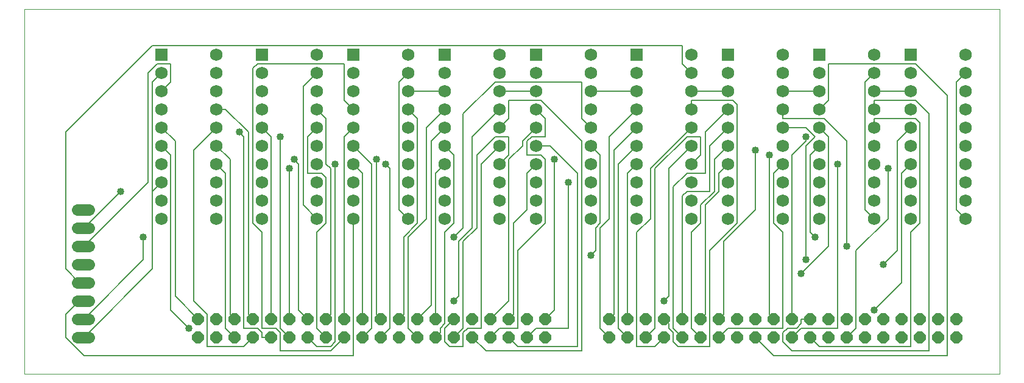
<source format=gtl>
G75*
G70*
%OFA0B0*%
%FSLAX24Y24*%
%IPPOS*%
%LPD*%
%AMOC8*
5,1,8,0,0,1.08239X$1,22.5*
%
%ADD10C,0.0000*%
%ADD11R,0.0680X0.0680*%
%ADD12C,0.0680*%
%ADD13OC8,0.0640*%
%ADD14C,0.0634*%
%ADD15C,0.0080*%
%ADD16C,0.0400*%
D10*
X000181Y000181D02*
X000181Y020177D01*
X053551Y020177D01*
X053551Y000181D01*
X000181Y000181D01*
D11*
X007681Y017681D03*
X013181Y017681D03*
X018181Y017681D03*
X023181Y017681D03*
X028181Y017681D03*
X033681Y017681D03*
X038681Y017681D03*
X043681Y017681D03*
X048681Y017681D03*
D12*
X046681Y017681D03*
X046681Y016681D03*
X048681Y016681D03*
X048681Y015681D03*
X048681Y014681D03*
X046681Y014681D03*
X046681Y015681D03*
X043681Y015681D03*
X043681Y014681D03*
X041681Y014681D03*
X041681Y015681D03*
X041681Y016681D03*
X043681Y016681D03*
X041681Y017681D03*
X038681Y016681D03*
X036681Y016681D03*
X036681Y015681D03*
X036681Y014681D03*
X038681Y014681D03*
X038681Y015681D03*
X038681Y013681D03*
X036681Y013681D03*
X036681Y012681D03*
X038681Y012681D03*
X038681Y011681D03*
X036681Y011681D03*
X036681Y010681D03*
X038681Y010681D03*
X038681Y009681D03*
X036681Y009681D03*
X036681Y008681D03*
X038681Y008681D03*
X041681Y008681D03*
X043681Y008681D03*
X043681Y009681D03*
X041681Y009681D03*
X041681Y010681D03*
X043681Y010681D03*
X043681Y011681D03*
X041681Y011681D03*
X041681Y012681D03*
X043681Y012681D03*
X043681Y013681D03*
X041681Y013681D03*
X046681Y013681D03*
X048681Y013681D03*
X048681Y012681D03*
X046681Y012681D03*
X046681Y011681D03*
X048681Y011681D03*
X048681Y010681D03*
X046681Y010681D03*
X046681Y009681D03*
X048681Y009681D03*
X048681Y008681D03*
X046681Y008681D03*
X051681Y008681D03*
X051681Y009681D03*
X051681Y010681D03*
X051681Y011681D03*
X051681Y012681D03*
X051681Y013681D03*
X051681Y014681D03*
X051681Y015681D03*
X051681Y016681D03*
X051681Y017681D03*
X036681Y017681D03*
X033681Y016681D03*
X031181Y016681D03*
X031181Y015681D03*
X031181Y014681D03*
X033681Y014681D03*
X033681Y015681D03*
X033681Y013681D03*
X031181Y013681D03*
X031181Y012681D03*
X033681Y012681D03*
X033681Y011681D03*
X031181Y011681D03*
X031181Y010681D03*
X033681Y010681D03*
X033681Y009681D03*
X031181Y009681D03*
X031181Y008681D03*
X033681Y008681D03*
X028181Y008681D03*
X026181Y008681D03*
X026181Y009681D03*
X028181Y009681D03*
X028181Y010681D03*
X026181Y010681D03*
X026181Y011681D03*
X028181Y011681D03*
X028181Y012681D03*
X026181Y012681D03*
X026181Y013681D03*
X028181Y013681D03*
X028181Y014681D03*
X028181Y015681D03*
X026181Y015681D03*
X026181Y014681D03*
X023181Y014681D03*
X023181Y015681D03*
X021181Y015681D03*
X021181Y014681D03*
X021181Y013681D03*
X023181Y013681D03*
X023181Y012681D03*
X021181Y012681D03*
X021181Y011681D03*
X023181Y011681D03*
X023181Y010681D03*
X021181Y010681D03*
X021181Y009681D03*
X023181Y009681D03*
X023181Y008681D03*
X021181Y008681D03*
X018181Y008681D03*
X016181Y008681D03*
X016181Y009681D03*
X018181Y009681D03*
X018181Y010681D03*
X016181Y010681D03*
X016181Y011681D03*
X018181Y011681D03*
X018181Y012681D03*
X016181Y012681D03*
X016181Y013681D03*
X018181Y013681D03*
X018181Y014681D03*
X016181Y014681D03*
X016181Y015681D03*
X018181Y015681D03*
X018181Y016681D03*
X016181Y016681D03*
X016181Y017681D03*
X013181Y016681D03*
X013181Y015681D03*
X013181Y014681D03*
X013181Y013681D03*
X013181Y012681D03*
X013181Y011681D03*
X013181Y010681D03*
X013181Y009681D03*
X013181Y008681D03*
X010681Y008681D03*
X010681Y009681D03*
X010681Y010681D03*
X010681Y011681D03*
X010681Y012681D03*
X010681Y013681D03*
X010681Y014681D03*
X010681Y015681D03*
X010681Y016681D03*
X010681Y017681D03*
X007681Y016681D03*
X007681Y015681D03*
X007681Y014681D03*
X007681Y013681D03*
X007681Y012681D03*
X007681Y011681D03*
X007681Y010681D03*
X007681Y009681D03*
X007681Y008681D03*
X021181Y016681D03*
X023181Y016681D03*
X021181Y017681D03*
X026181Y017681D03*
X026181Y016681D03*
X028181Y016681D03*
X031181Y017681D03*
D13*
X032181Y003181D03*
X033181Y003181D03*
X034181Y003181D03*
X035181Y003181D03*
X036181Y003181D03*
X037181Y003181D03*
X038181Y003181D03*
X039181Y003181D03*
X040181Y003181D03*
X041181Y003181D03*
X042181Y003181D03*
X043181Y003181D03*
X044181Y003181D03*
X045181Y003181D03*
X046181Y003181D03*
X047181Y003181D03*
X048181Y003181D03*
X049181Y003181D03*
X050181Y003181D03*
X051181Y003181D03*
X051181Y002181D03*
X050181Y002181D03*
X049181Y002181D03*
X048181Y002181D03*
X047181Y002181D03*
X046181Y002181D03*
X045181Y002181D03*
X044181Y002181D03*
X043181Y002181D03*
X042181Y002181D03*
X041181Y002181D03*
X040181Y002181D03*
X039181Y002181D03*
X038181Y002181D03*
X037181Y002181D03*
X036181Y002181D03*
X035181Y002181D03*
X034181Y002181D03*
X033181Y002181D03*
X032181Y002181D03*
X028681Y002181D03*
X027681Y002181D03*
X026681Y002181D03*
X025681Y002181D03*
X024681Y002181D03*
X023681Y002181D03*
X022681Y002181D03*
X021681Y002181D03*
X020681Y002181D03*
X019681Y002181D03*
X018681Y002181D03*
X017681Y002181D03*
X016681Y002181D03*
X015681Y002181D03*
X014681Y002181D03*
X013681Y002181D03*
X012681Y002181D03*
X011681Y002181D03*
X010681Y002181D03*
X009681Y002181D03*
X009681Y003181D03*
X010681Y003181D03*
X011681Y003181D03*
X012681Y003181D03*
X013681Y003181D03*
X014681Y003181D03*
X015681Y003181D03*
X016681Y003181D03*
X017681Y003181D03*
X018681Y003181D03*
X019681Y003181D03*
X020681Y003181D03*
X021681Y003181D03*
X022681Y003181D03*
X023681Y003181D03*
X024681Y003181D03*
X025681Y003181D03*
X026681Y003181D03*
X027681Y003181D03*
X028681Y003181D03*
D14*
X003698Y003181D02*
X003065Y003181D01*
X003065Y002181D02*
X003698Y002181D01*
X003698Y004181D02*
X003065Y004181D01*
X003065Y005181D02*
X003698Y005181D01*
X003698Y006181D02*
X003065Y006181D01*
X003065Y007181D02*
X003698Y007181D01*
X003698Y008181D02*
X003065Y008181D01*
X003065Y009181D02*
X003698Y009181D01*
D15*
X003431Y008181D02*
X005431Y010181D01*
X006931Y010681D02*
X006931Y016681D01*
X007431Y017181D01*
X008181Y017181D01*
X008181Y016181D01*
X007681Y015681D01*
X007181Y016181D02*
X007181Y010181D01*
X007681Y010681D01*
X006931Y010681D02*
X003431Y007181D01*
X003381Y007181D01*
X003381Y008181D02*
X003431Y008181D01*
X006681Y007681D02*
X006681Y006431D01*
X003431Y003181D01*
X003381Y003181D01*
X002431Y003431D02*
X002431Y002181D01*
X003431Y001181D01*
X018181Y001181D01*
X018181Y008681D01*
X016681Y008431D02*
X016681Y010931D01*
X016431Y011181D01*
X015681Y011181D01*
X015681Y013181D01*
X016181Y013681D01*
X016681Y014181D02*
X016181Y014681D01*
X017681Y015181D02*
X018181Y014681D01*
X017681Y015181D02*
X017681Y017181D01*
X012931Y017181D01*
X012681Y016931D01*
X012681Y008431D01*
X013181Y007931D01*
X013181Y002681D01*
X013931Y002681D01*
X014181Y002431D01*
X014181Y001431D01*
X016931Y001431D01*
X017681Y002181D01*
X017181Y001931D02*
X017181Y011681D01*
X016931Y011431D02*
X016681Y011681D01*
X016681Y014181D01*
X017681Y013181D02*
X018181Y013681D01*
X017681Y013181D02*
X017681Y003181D01*
X016931Y003431D02*
X016931Y011431D01*
X018181Y011681D02*
X018681Y011181D01*
X018681Y003181D01*
X019181Y002681D02*
X019181Y011681D01*
X018181Y012681D01*
X019431Y011931D02*
X019431Y003431D01*
X019681Y003181D01*
X019181Y002681D02*
X018681Y002181D01*
X019681Y002181D02*
X020181Y002681D01*
X020181Y011431D01*
X019931Y011681D01*
X022681Y011181D02*
X023181Y011681D01*
X023681Y012181D02*
X023181Y012681D01*
X022431Y012931D02*
X023181Y013681D01*
X022181Y013681D02*
X023181Y014681D01*
X024181Y014431D02*
X025931Y016181D01*
X030681Y016181D01*
X030681Y014181D01*
X031181Y013681D01*
X032181Y013181D02*
X033681Y014681D01*
X033681Y015681D02*
X031181Y015681D01*
X028431Y015181D02*
X026681Y015181D01*
X026681Y014181D01*
X026181Y013681D01*
X025931Y013181D02*
X026681Y013181D01*
X026681Y012181D01*
X026181Y011681D01*
X026681Y011931D02*
X027431Y012681D01*
X027431Y012931D01*
X028181Y013681D01*
X028681Y013181D02*
X028681Y014181D01*
X028181Y014681D01*
X028431Y015181D02*
X030681Y012931D01*
X030681Y001431D01*
X025431Y001431D01*
X024681Y002181D01*
X024181Y002431D02*
X024431Y002681D01*
X025181Y002681D01*
X025181Y011681D01*
X026181Y012681D01*
X025931Y013181D02*
X024931Y012181D01*
X024931Y008181D01*
X024181Y007431D01*
X024181Y002681D01*
X023681Y002181D01*
X023431Y001681D02*
X023181Y001931D01*
X023181Y002681D01*
X023681Y003181D01*
X023181Y002931D02*
X023181Y007931D01*
X023681Y008431D01*
X023681Y012181D01*
X022431Y012931D02*
X022431Y003931D01*
X021681Y003181D01*
X020931Y003431D02*
X020931Y007681D01*
X021681Y008431D01*
X021681Y014181D01*
X021181Y014681D01*
X021181Y015681D02*
X023181Y015681D01*
X021181Y016681D02*
X020681Y016181D01*
X020681Y009181D01*
X021181Y008681D01*
X021181Y007681D02*
X022181Y008681D01*
X022181Y013681D01*
X024181Y014431D02*
X024181Y008181D01*
X023681Y007681D01*
X023931Y007431D02*
X024681Y008181D01*
X024681Y013181D01*
X026181Y014681D01*
X026181Y015681D02*
X028181Y015681D01*
X032431Y012431D02*
X033681Y013681D01*
X032181Y013181D02*
X032181Y008681D01*
X031681Y008181D01*
X031681Y002681D01*
X032181Y002181D01*
X032681Y002681D02*
X033181Y002181D01*
X033681Y001681D02*
X033681Y007931D01*
X034431Y008681D01*
X034431Y011431D01*
X036681Y013681D01*
X037431Y013431D02*
X038681Y014681D01*
X039181Y014931D02*
X038931Y015181D01*
X036681Y015181D01*
X036681Y014681D01*
X036681Y015681D02*
X038681Y015681D01*
X039181Y014931D02*
X039181Y008431D01*
X037681Y006931D01*
X037681Y001681D01*
X035931Y001681D01*
X035681Y001931D01*
X035681Y002431D01*
X035431Y002681D01*
X035431Y002931D01*
X035181Y003181D01*
X034681Y002681D02*
X034681Y011431D01*
X036431Y013181D01*
X037181Y013181D01*
X037181Y012181D01*
X036681Y011681D01*
X036681Y012681D02*
X035431Y011431D01*
X035431Y004431D01*
X035181Y004181D01*
X037181Y003181D02*
X037431Y003431D01*
X037431Y009431D01*
X038181Y010181D01*
X038181Y011181D01*
X038681Y011681D01*
X037931Y011931D02*
X038681Y012681D01*
X037681Y012681D02*
X038681Y013681D01*
X037431Y013431D02*
X037431Y011181D01*
X036431Y011181D01*
X035681Y010431D01*
X035681Y002681D01*
X036181Y002181D01*
X036681Y002681D02*
X037181Y002181D01*
X038181Y002181D02*
X038681Y002681D01*
X041681Y002681D01*
X041681Y007931D01*
X041181Y008431D01*
X041181Y011181D01*
X041681Y011681D01*
X042181Y012181D02*
X042931Y012931D01*
X042931Y013181D01*
X042931Y012681D02*
X043431Y013181D01*
X042931Y013681D01*
X041681Y013681D01*
X041681Y014181D02*
X041681Y014681D01*
X041681Y014181D02*
X043931Y014181D01*
X045181Y012931D01*
X045181Y007181D01*
X045681Y006931D02*
X047431Y008681D01*
X047431Y011431D01*
X048181Y011181D02*
X048681Y011681D01*
X048181Y011181D02*
X048181Y005181D01*
X046681Y003681D01*
X045681Y002681D02*
X045681Y006931D01*
X044181Y007181D02*
X044181Y013181D01*
X043681Y013681D01*
X043681Y012681D02*
X043181Y012181D01*
X043181Y007931D01*
X043431Y007681D01*
X044181Y007181D02*
X042681Y005681D01*
X042931Y006431D02*
X042931Y012681D01*
X042181Y012181D02*
X042181Y003181D01*
X042681Y003181D02*
X042681Y002931D01*
X042431Y002681D01*
X041931Y002681D01*
X041681Y002431D01*
X041681Y001931D01*
X042181Y001431D01*
X049681Y001431D01*
X049681Y014431D01*
X048931Y015181D01*
X046681Y015181D01*
X046681Y014681D01*
X046681Y014181D02*
X046681Y013681D01*
X046681Y014181D02*
X048931Y014181D01*
X049181Y013931D01*
X049181Y008431D01*
X048681Y007931D01*
X048681Y001681D01*
X043681Y001681D01*
X043181Y002181D01*
X042681Y002681D02*
X042181Y002181D01*
X042681Y002681D02*
X044681Y002681D01*
X044681Y011681D01*
X047931Y012931D02*
X048681Y013681D01*
X047931Y012931D02*
X047931Y006931D01*
X047181Y006181D01*
X046681Y008681D02*
X046181Y009181D01*
X046181Y016181D01*
X046681Y016681D01*
X048931Y017181D02*
X044181Y017181D01*
X044181Y015181D01*
X043681Y014681D01*
X043681Y015681D02*
X041681Y015681D01*
X046681Y015681D02*
X048681Y015681D01*
X048931Y017181D02*
X050681Y015431D01*
X050681Y001181D01*
X041181Y001181D01*
X040181Y002181D01*
X041181Y003181D02*
X040931Y003431D01*
X040931Y012181D01*
X040181Y012431D02*
X040181Y009181D01*
X038431Y007431D01*
X038431Y003431D01*
X038181Y003181D01*
X036681Y002681D02*
X036681Y007931D01*
X037181Y008431D01*
X037181Y009431D01*
X037931Y010181D01*
X037931Y011931D01*
X037681Y012681D02*
X037681Y010181D01*
X036431Y010181D01*
X036181Y009931D01*
X036181Y003181D01*
X034681Y002681D02*
X034181Y002181D01*
X033681Y001681D02*
X034681Y001681D01*
X035181Y002181D01*
X033181Y003181D02*
X033181Y011181D01*
X033681Y011681D01*
X032681Y011681D02*
X033681Y012681D01*
X032431Y012431D02*
X032431Y003431D01*
X032181Y003181D01*
X032681Y002681D02*
X032681Y011681D01*
X031681Y012181D02*
X031181Y012681D01*
X031681Y012181D02*
X031681Y008431D01*
X031431Y008181D01*
X031431Y006931D01*
X031181Y006681D01*
X028681Y008431D02*
X027181Y006931D01*
X027181Y002681D01*
X026181Y002681D01*
X025681Y002181D01*
X026681Y002181D02*
X027181Y001681D01*
X030431Y001681D01*
X030431Y011181D01*
X028931Y012681D01*
X028181Y012681D01*
X027681Y012931D02*
X027931Y013181D01*
X028681Y013181D01*
X027681Y012931D02*
X027681Y012181D01*
X028431Y012181D01*
X028681Y011931D01*
X028681Y008431D01*
X027681Y009181D02*
X026931Y008431D01*
X026931Y003431D01*
X026681Y003181D01*
X025681Y003181D02*
X026681Y004181D01*
X026681Y011931D01*
X027681Y011181D02*
X028181Y011681D01*
X029181Y011931D02*
X029181Y003681D01*
X028681Y003181D01*
X028181Y002681D02*
X029931Y002681D01*
X029931Y010681D01*
X027681Y011181D02*
X027681Y009181D01*
X023931Y007431D02*
X023931Y004431D01*
X023681Y004181D01*
X022681Y003181D02*
X022681Y011181D01*
X016181Y008681D02*
X015431Y009431D01*
X015431Y015931D01*
X016181Y016681D01*
X012431Y013431D02*
X011181Y014681D01*
X010681Y014681D01*
X010681Y013681D02*
X009431Y012431D01*
X009431Y004181D01*
X010181Y003431D01*
X010181Y001681D01*
X012181Y001681D01*
X012681Y002181D01*
X013181Y002181D02*
X013181Y002431D01*
X012931Y002681D01*
X012181Y002681D01*
X012181Y013181D01*
X011931Y013431D01*
X012431Y013431D02*
X012431Y003431D01*
X012681Y003181D01*
X011681Y003181D02*
X011431Y003431D01*
X011431Y011931D01*
X010681Y012681D01*
X008431Y012931D02*
X007681Y013681D01*
X008431Y012931D02*
X008431Y004431D01*
X009681Y003181D01*
X009181Y002681D02*
X008181Y003681D01*
X008181Y012181D01*
X007681Y012681D01*
X010681Y011681D02*
X011181Y011181D01*
X011181Y002681D01*
X011681Y002181D01*
X013181Y002181D02*
X013681Y002181D01*
X014181Y002681D02*
X014681Y002181D01*
X015681Y002181D02*
X016181Y001681D01*
X016931Y001681D01*
X017181Y001931D01*
X016681Y002181D02*
X016181Y002681D01*
X016181Y007931D01*
X016681Y008431D01*
X021181Y007681D02*
X021181Y002681D01*
X021681Y002181D01*
X022681Y002181D02*
X022931Y002431D01*
X022931Y002681D01*
X023181Y002931D01*
X024181Y002431D02*
X024181Y001681D01*
X023431Y001681D01*
X020931Y003431D02*
X020681Y003181D01*
X016931Y003431D02*
X016681Y003181D01*
X015681Y003181D02*
X015181Y003681D01*
X015181Y011681D01*
X014931Y011931D01*
X014681Y011431D02*
X014681Y003181D01*
X014181Y002681D02*
X014181Y013181D01*
X013681Y013181D02*
X013181Y013681D01*
X013681Y013181D02*
X013681Y003181D01*
X007181Y005931D02*
X007181Y010181D01*
X002431Y013431D02*
X007181Y018181D01*
X036181Y018181D01*
X036181Y017181D01*
X036681Y016681D01*
X051181Y016181D02*
X051181Y009181D01*
X051681Y008681D01*
X043181Y003181D02*
X042681Y003181D01*
X045181Y002181D02*
X045681Y002681D01*
X028181Y002681D02*
X027681Y002181D01*
X007181Y005931D02*
X003431Y002181D01*
X003381Y002181D01*
X002431Y003431D02*
X003181Y004181D01*
X003381Y004181D01*
X003381Y005181D02*
X003181Y005181D01*
X002431Y005931D01*
X002431Y013431D01*
X007181Y016181D02*
X007681Y016681D01*
X051181Y016181D02*
X051681Y016681D01*
D16*
X042931Y013181D03*
X040931Y012181D03*
X040181Y012431D03*
X044681Y011681D03*
X047431Y011431D03*
X043431Y007681D03*
X045181Y007181D03*
X042931Y006431D03*
X042681Y005681D03*
X047181Y006181D03*
X046681Y003681D03*
X035181Y004181D03*
X031181Y006681D03*
X023681Y007681D03*
X029931Y010681D03*
X029181Y011931D03*
X019931Y011681D03*
X019431Y011931D03*
X017181Y011681D03*
X014931Y011931D03*
X014681Y011431D03*
X014181Y013181D03*
X011931Y013431D03*
X005431Y010181D03*
X006681Y007681D03*
X009181Y002681D03*
X023681Y004181D03*
M02*

</source>
